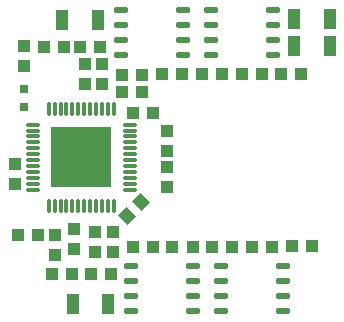
<source format=gtp>
G04*
G04 #@! TF.GenerationSoftware,Altium Limited,Altium Designer,18.0.11 (651)*
G04*
G04 Layer_Color=8421504*
%FSLAX25Y25*%
%MOIN*%
G70*
G01*
G75*
%ADD17R,0.04331X0.03937*%
%ADD18R,0.03937X0.04331*%
%ADD19R,0.04331X0.07087*%
G04:AMPARAMS|DCode=20|XSize=39.37mil|YSize=43.31mil|CornerRadius=0mil|HoleSize=0mil|Usage=FLASHONLY|Rotation=45.000|XOffset=0mil|YOffset=0mil|HoleType=Round|Shape=Rectangle|*
%AMROTATEDRECTD20*
4,1,4,0.00139,-0.02923,-0.02923,0.00139,-0.00139,0.02923,0.02923,-0.00139,0.00139,-0.02923,0.0*
%
%ADD20ROTATEDRECTD20*%

%ADD21R,0.03150X0.03150*%
%ADD22O,0.01378X0.04724*%
%ADD23O,0.04724X0.01378*%
%ADD24R,0.20079X0.20079*%
%ADD25O,0.04921X0.02165*%
D17*
X-119226Y-57624D02*
D03*
Y-50932D02*
D03*
X-95700Y-24347D02*
D03*
Y-17653D02*
D03*
X-105633Y-74707D02*
D03*
Y-81400D02*
D03*
X-86400Y-80546D02*
D03*
Y-73853D02*
D03*
X-99333Y-72654D02*
D03*
Y-79347D02*
D03*
X-92567Y-73853D02*
D03*
Y-80546D02*
D03*
X-90000Y-24347D02*
D03*
Y-17653D02*
D03*
X-68300Y-51954D02*
D03*
Y-58647D02*
D03*
Y-46646D02*
D03*
Y-39954D02*
D03*
X-116000Y-11654D02*
D03*
Y-18347D02*
D03*
D18*
X-76653Y-27000D02*
D03*
X-83346D02*
D03*
X-79847Y-34000D02*
D03*
X-73154D02*
D03*
X-26893Y-78500D02*
D03*
X-20200D02*
D03*
X-30347Y-21200D02*
D03*
X-23653D02*
D03*
X-33450Y-78800D02*
D03*
X-40143D02*
D03*
X-66643D02*
D03*
X-59950D02*
D03*
X-49987Y-21200D02*
D03*
X-56680D02*
D03*
X-83346Y-21500D02*
D03*
X-76653D02*
D03*
X-87154Y-87600D02*
D03*
X-93846D02*
D03*
X-106846D02*
D03*
X-100154D02*
D03*
X-90654Y-12000D02*
D03*
X-97347D02*
D03*
X-109346D02*
D03*
X-102654D02*
D03*
X-53393Y-78800D02*
D03*
X-46700D02*
D03*
X-73200Y-78800D02*
D03*
X-79893D02*
D03*
X-43347Y-21200D02*
D03*
X-36654D02*
D03*
X-63320D02*
D03*
X-70013D02*
D03*
X-118046Y-74904D02*
D03*
X-111354D02*
D03*
D19*
X-26006Y-11800D02*
D03*
X-14195D02*
D03*
X-26006Y-2800D02*
D03*
X-14195D02*
D03*
X-88095Y-97600D02*
D03*
X-99906D02*
D03*
X-91594Y-3000D02*
D03*
X-103405D02*
D03*
D20*
X-81872Y-68466D02*
D03*
X-77139Y-63734D02*
D03*
D21*
X-116000Y-26047D02*
D03*
Y-31953D02*
D03*
D22*
X-86215Y-32645D02*
D03*
X-88183D02*
D03*
X-90152D02*
D03*
X-92120D02*
D03*
X-94089D02*
D03*
X-96057D02*
D03*
X-98026D02*
D03*
X-99994D02*
D03*
X-101963D02*
D03*
X-103931D02*
D03*
X-105900D02*
D03*
X-107868D02*
D03*
Y-64928D02*
D03*
X-105900D02*
D03*
X-103931D02*
D03*
X-101963D02*
D03*
X-99994D02*
D03*
X-98026D02*
D03*
X-96057D02*
D03*
X-94089D02*
D03*
X-92120D02*
D03*
X-90152D02*
D03*
X-88183D02*
D03*
X-86215D02*
D03*
D23*
X-113183Y-37960D02*
D03*
Y-39928D02*
D03*
Y-41897D02*
D03*
Y-43865D02*
D03*
Y-45834D02*
D03*
Y-47802D02*
D03*
Y-49771D02*
D03*
Y-51739D02*
D03*
Y-53708D02*
D03*
Y-55676D02*
D03*
Y-57645D02*
D03*
Y-59613D02*
D03*
X-80900D02*
D03*
Y-57645D02*
D03*
Y-55676D02*
D03*
Y-53708D02*
D03*
Y-51739D02*
D03*
Y-49771D02*
D03*
Y-47802D02*
D03*
Y-45834D02*
D03*
Y-43865D02*
D03*
Y-41897D02*
D03*
Y-39928D02*
D03*
Y-37960D02*
D03*
D24*
X-97042Y-48787D02*
D03*
D25*
X-29768Y-100100D02*
D03*
Y-95100D02*
D03*
Y-90100D02*
D03*
Y-85100D02*
D03*
X-50438Y-100100D02*
D03*
Y-95100D02*
D03*
Y-90100D02*
D03*
Y-85100D02*
D03*
X-59768Y-100100D02*
D03*
Y-95100D02*
D03*
Y-90100D02*
D03*
Y-85100D02*
D03*
X-80438Y-100100D02*
D03*
Y-95100D02*
D03*
Y-90100D02*
D03*
Y-85100D02*
D03*
X-33268Y-14900D02*
D03*
Y-9900D02*
D03*
Y-4900D02*
D03*
Y100D02*
D03*
X-53938Y-14900D02*
D03*
Y-9900D02*
D03*
Y-4900D02*
D03*
Y100D02*
D03*
X-63268Y-14900D02*
D03*
Y-9900D02*
D03*
Y-4900D02*
D03*
Y100D02*
D03*
X-83938Y-14900D02*
D03*
Y-9900D02*
D03*
Y-4900D02*
D03*
Y100D02*
D03*
M02*

</source>
